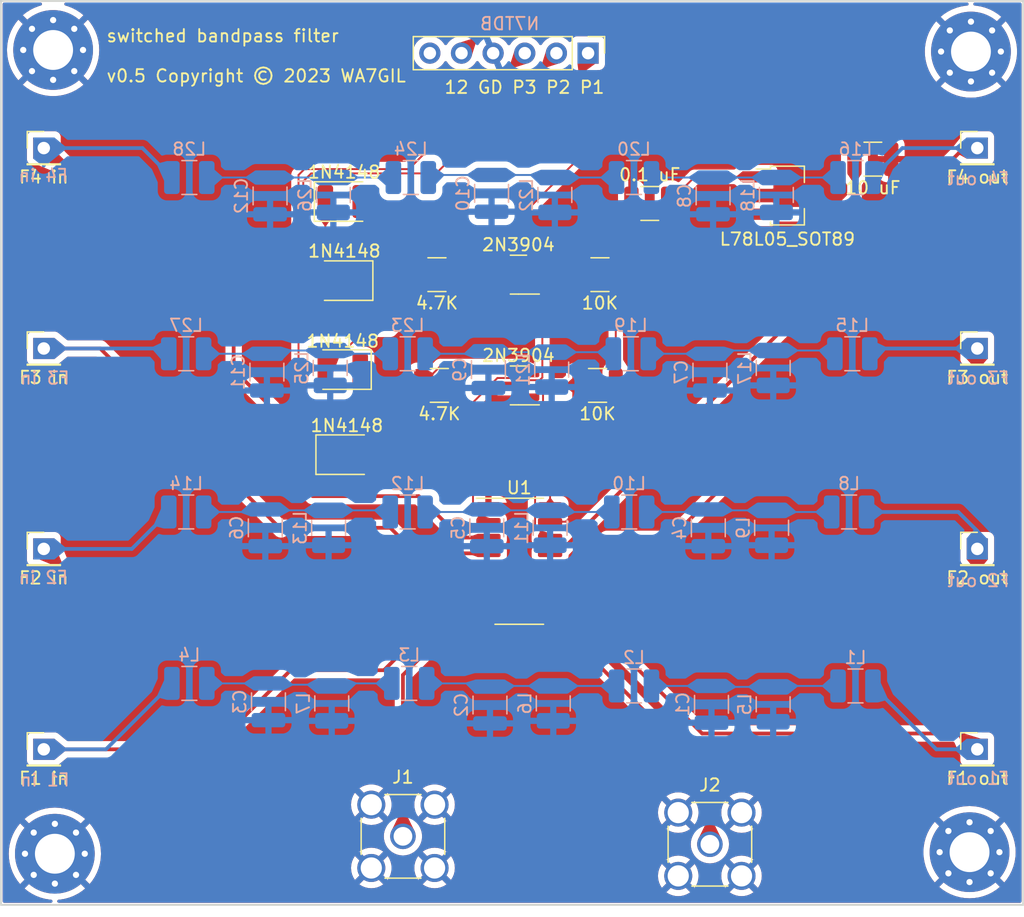
<source format=kicad_pcb>
(kicad_pcb (version 20221018) (generator pcbnew)
  (title_block (date "2023-07-23") (rev "v0.5") (comment 1 "board size 83x73mm") (comment 2 "Copyright © 2023 Ron Taylor WA7GIL"))
  (layers (0 "F.Cu" signal "Top") (31 "B.Cu" signal "Bottom") (34 "B.Paste" user) (35 "F.Paste" user) (36 "B.SilkS" user "B.Silkscreen") (37 "F.SilkS" user "F.Silkscreen") (38 "B.Mask" user) (39 "F.Mask" user) (44 "Edge.Cuts" user))
  (net 0 "")
  (net 1 "Net-(C1-Pad1)")
  (net 2 "GND")
  (net 3 "Net-(C2-Pad1)")
  (net 4 "Net-(C3-Pad1)")
  (net 5 "Net-(D10-K)")
  (net 6 "P1")
  (net 7 "P2")
  (net 8 "Net-(D11-K)")
  (net 9 "P3")
  (net 10 "F1 common")
  (net 11 "F2 common")
  (net 12 "F4 in")
  (net 13 "+12V")
  (net 15 "F3 in")
  (net 16 "F2 in")
  (net 17 "F1 in")
  (net 18 "F1 out")
  (net 19 "F2 out")
  (net 20 "F3 out")
  (net 21 "F4 out")
  (net 22 "Net-(Q5-B)")
  (net 23 "S1")
  (net 24 "Net-(Q6-B)")
  (net 25 "S0")
  (net 26 "+5V")
  (net 27 "Net-(C4-Pad1)")
  (net 28 "Net-(C5-Pad1)")
  (net 29 "Net-(C6-Pad1)")
  (net 30 "Net-(C7-Pad1)")
  (net 31 "Net-(C8-Pad1)")
  (net 32 "Net-(C9-Pad1)")
  (net 33 "Net-(C10-Pad1)")
  (net 34 "Net-(C11-Pad1)")
  (net 35 "Net-(C12-Pad1)")
  (footprint "Connector_Coaxial:SMA_Amphenol_901-144_Vertical" (layer "F.Cu") (at 144.907 128.27)
    (fp_text reference "J2")
    (fp_text value "SMA")
  )
  (footprint "Connector_PinHeader_2.54mm:PinHeader_1x01_P2.54mm_Vertical" (layer "F.Cu") (at 91.44 72.39)
    (fp_text reference "J3")
    (fp_text value "F4 in")
  )
  (footprint "Connector_PinHeader_2.54mm:PinHeader_1x01_P2.54mm_Vertical" (layer "F.Cu") (at 91.44 104.5633)
    (fp_text reference "J6")
    (fp_text value "F2 in")
  )
  (footprint "Resistor_SMD:R_1210_3225Metric" (layer "F.Cu") (at 136.0825 82.55)
    (fp_text reference "R11" hide)
    (fp_text value "10K")
  )
  (footprint "Connector_PinHeader_2.54mm:PinHeader_1x06_P2.54mm_Vertical" (layer "F.Cu") (at 135.128 64.77 -90)
    (fp_text reference "J4" hide)
    (fp_text value " " hide)
  )
  (footprint "Resistor_SMD:R_1210_3225Metric" (layer "F.Cu") (at 123.19 91.44)
    (fp_text reference "R10" hide)
    (fp_text value "4.7K")
  )
  (footprint "MountingHole:MountingHole_3.2mm_M3_Pad_Via" (layer "F.Cu") (at 92.329 129.032)
    (fp_text reference "H4" hide)
    (fp_text value " " hide)
  )
  (footprint "Diode_SMD:D_1210_3225Metric" (layer "F.Cu") (at 115.57 83.03 180)
    (fp_text reference "D10" hide)
    (fp_text value "1N4148")
  )
  (footprint "Diode_SMD:D_1210_3225Metric" (layer "F.Cu") (at 115.44 76.68)
    (fp_text reference "D9" hide)
    (fp_text value "1N4148")
  )
  (footprint "Diode_SMD:D_1210_3225Metric" (layer "F.Cu") (at 115.44 90.17 180)
    (fp_text reference "D11" hide)
    (fp_text value "1N4148")
  )
  (footprint "Package_SO:SOIC-16_3.9x9.9mm_P1.27mm" (layer "F.Cu") (at 129.605 105.555)
    (fp_text reference "U1")
    (fp_text value "FST3253MX")
  )
  (footprint "Diode_SMD:D_1210_3225Metric" (layer "F.Cu") (at 115.57 97)
    (fp_text reference "D12" hide)
    (fp_text value "1N4148")
  )
  (footprint "Connector_Coaxial:SMA_Amphenol_901-144_Vertical" (layer "F.Cu") (at 120.269 127.635)
    (fp_text reference "J1")
    (fp_text value "SMA")
  )
  (footprint "Connector_PinHeader_2.54mm:PinHeader_1x01_P2.54mm_Vertical" (layer "F.Cu") (at 166.37 88.4767)
    (fp_text reference "J10")
    (fp_text value "F3 out")
  )
  (footprint "Resistor_SMD:R_1210_3225Metric" (layer "F.Cu") (at 122.9975 82.55)
    (fp_text reference "R9" hide)
    (fp_text value "4.7K")
  )
  (footprint "Capacitor_SMD:C_1210_3225Metric" (layer "F.Cu") (at 140.081 76.835 180)
    (fp_text reference "C13" hide)
    (fp_text value "0.1 uF")
  )
  (footprint "Connector_PinHeader_2.54mm:PinHeader_1x01_P2.54mm_Vertical" (layer "F.Cu") (at 166.37 72.39)
    (fp_text reference "J11")
    (fp_text value "F4 out")
  )
  (footprint "MountingHole:MountingHole_3.2mm_M3_Pad_Via" (layer "F.Cu") (at 165.862 64.643)
    (fp_text reference "H2" hide)
    (fp_text value " " hide)
  )
  (footprint "Package_TO_SOT_SMD:SOT-23" (layer "F.Cu") (at 129.54 91.44 180)
    (fp_text reference "Q6" hide)
    (fp_text value "2N3904")
  )
  (footprint "MountingHole:MountingHole_3.2mm_M3_Pad_Via" (layer "F.Cu") (at 165.748 128.905)
    (fp_text reference "H3" hide)
    (fp_text value " " hide)
  )
  (footprint "Connector_PinHeader_2.54mm:PinHeader_1x01_P2.54mm_Vertical" (layer "F.Cu") (at 166.37 120.65)
    (fp_text reference "J8")
    (fp_text value "F1 out")
  )
  (footprint "Package_TO_SOT_SMD:SOT-89-3_Handsoldering" (layer "F.Cu") (at 151.13 76.2)
    (fp_text reference "U2" hide)
    (fp_text value "L78L05_SOT89")
  )
  (footprint "Connector_PinHeader_2.54mm:PinHeader_1x01_P2.54mm_Vertical" (layer "F.Cu") (at 91.44 120.65)
    (fp_text reference "J7")
    (fp_text value "F1 in")
  )
  (footprint "MountingHole:MountingHole_3.2mm_M3_Pad_Via" (layer "F.Cu") (at 92.189 64.516)
    (fp_text reference "H1" hide)
    (fp_text value " " hide)
  )
  (footprint "Resistor_SMD:R_1210_3225Metric" (layer "F.Cu") (at 135.89 91.44)
    (fp_text reference "R12" hide)
    (fp_text value "10K")
  )
  (footprint "Capacitor_SMD:C_1210_3225Metric" (layer "F.Cu") (at 157.988 73.279)
    (fp_text reference "C14" hide)
    (fp_text value "10 uF")
  )
  (footprint "Connector_PinHeader_2.54mm:PinHeader_1x01_P2.54mm_Vertical" (layer "F.Cu") (at 91.44 88.4767)
    (fp_text reference "J5")
    (fp_text value "F3 in")
  )
  (footprint "Package_TO_SOT_SMD:SOT-23" (layer "F.Cu") (at 129.54 82.55 180)
    (fp_text reference "Q5" hide)
    (fp_text value "2N3904")
  )
  (footprint "Connector_PinHeader_2.54mm:PinHeader_1x01_P2.54mm_Vertical" (layer "F.Cu") (at 166.37 104.5633)
    (fp_text reference "J9")
    (fp_text value "F2 out")
  )
  (footprint "Capacitor_SMD:C_1210_3225Metric" (layer "B.Cu") (at 109.349 90.375 -90)
    (fp_text reference "C11")
    (fp_text value " " hide)
  )
  (footprint "Inductor_SMD:L_1210_3225Metric" (layer "B.Cu") (at 103.124 115.359 180)
    (fp_text reference "L4")
    (fp_text value "L")
  )
  (footprint "Inductor_SMD:L_1210_3225Metric" (layer "B.Cu") (at 114.554 116.964 -90)
    (fp_text reference "L7")
    (fp_text value "L")
  )
  (footprint "Inductor_SMD:L_1210_3225Metric" (layer "B.Cu") (at 138.559 88.9 180)
    (fp_text reference "L19")
    (fp_text value "L")
  )
  (footprint "Inductor_SMD:L_1210_3225Metric" (layer "B.Cu") (at 132.08 102.87 -90)
    (fp_text reference "L11")
    (fp_text value "L")
  )
  (footprint "Capacitor_SMD:C_1210_3225Metric" (layer "B.Cu") (at 109.602 76.229 -90)
    (fp_text reference "C12")
    (fp_text value " " hide)
  )
  (footprint "Inductor_SMD:L_1210_3225Metric" (layer "B.Cu") (at 156.594 115.564 180)
    (fp_text reference "L1")
    (fp_text value "L")
  )
  (footprint "Inductor_SMD:L_1210_3225Metric" (layer "B.Cu") (at 120.65 101.6 180)
    (fp_text reference "L12")
    (fp_text value "L")
  )
  (footprint "Inductor_SMD:L_1210_3225Metric" (layer "B.Cu") (at 156.339 88.9 180)
    (fp_text reference "L15")
    (fp_text value "L")
  )
  (footprint "Capacitor_SMD:C_1210_3225Metric" (layer "B.Cu") (at 109.474 116.834 -90)
    (fp_text reference "C3")
    (fp_text value " " hide)
  )
  (footprint "Inductor_SMD:L_1210_3225Metric" (layer "B.Cu") (at 114.682 76.154 -90)
    (fp_text reference "L26")
    (fp_text value "L")
  )
  (footprint "Inductor_SMD:L_1210_3225Metric" (layer "B.Cu") (at 132.209 90.17 -90)
    (fp_text reference "L21")
    (fp_text value "L")
  )
  (footprint "Inductor_SMD:L_1210_3225Metric" (layer "B.Cu") (at 149.984 117.039 -90)
    (fp_text reference "L5")
    (fp_text value "L")
  )
  (footprint "Inductor_SMD:L_1210_3225Metric" (layer "B.Cu") (at 120.902 74.754 180)
    (fp_text reference "L24")
    (fp_text value "L")
  )
  (footprint "Inductor_SMD:L_1210_3225Metric" (layer "B.Cu") (at 138.812 74.754 180)
    (fp_text reference "L20")
    (fp_text value "L")
  )
  (footprint "Capacitor_SMD:C_1210_3225Metric" (layer "B.Cu") (at 127.129 90.17 -90)
    (fp_text reference "C9")
    (fp_text value " " hide)
  )
  (footprint "Inductor_SMD:L_1210_3225Metric" (layer "B.Cu") (at 114.3 102.87 -90)
    (fp_text reference "L13")
    (fp_text value "L")
  )
  (footprint "Inductor_SMD:L_1210_3225Metric" (layer "B.Cu") (at 102.869 88.9 180)
    (fp_text reference "L27")
    (fp_text value "L")
  )
  (footprint "Capacitor_SMD:C_1210_3225Metric" (layer "B.Cu") (at 127 102.87 -90)
    (fp_text reference "C5")
    (fp_text value " " hide)
  )
  (footprint "Capacitor_SMD:C_1210_3225Metric" (layer "B.Cu") (at 144.909 90.375 -90)
    (fp_text reference "C7")
    (fp_text value " " hide)
  )
  (footprint "Capacitor_SMD:C_1210_3225Metric" (layer "B.Cu") (at 127.254 117.094 -90)
    (fp_text reference "C2")
    (fp_text value " " hide)
  )
  (footprint "Capacitor_SMD:C_1210_3225Metric" (layer "B.Cu") (at 127.382 76.024 -90)
    (fp_text reference "C10")
    (fp_text value " " hide)
  )
  (footprint "Capacitor_SMD:C_1210_3225Metric" (layer "B.Cu") (at 145.034 117.039 -90)
    (fp_text reference "C1")
    (fp_text value " " hide)
  )
  (footprint "Inductor_SMD:L_1210_3225Metric" (layer "B.Cu") (at 132.462 76.154 -90)
    (fp_text reference "L22")
    (fp_text value "L")
  )
  (footprint "Inductor_SMD:L_1210_3225Metric" (layer "B.Cu") (at 132.334 116.964 -90)
    (fp_text reference "L6")
    (fp_text value "L")
  )
  (footprint "Inductor_SMD:L_1210_3225Metric" (layer "B.Cu") (at 120.649 88.9 180)
    (fp_text reference "L23")
    (fp_text value "L")
  )
  (footprint "Inductor_SMD:L_1210_3225Metric" (layer "B.Cu") (at 156.592 74.754 180)
    (fp_text reference "L16")
    (fp_text value "L")
  )
  (footprint "Inductor_SMD:L_1210_3225Metric" (layer "B.Cu") (at 149.989 90.04 -90)
    (fp_text reference "L17")
    (fp_text value "L")
  )
  (footprint "Capacitor_SMD:C_1210_3225Metric" (layer "B.Cu") (at 109.22 102.87 -90)
    (fp_text reference "C6")
    (fp_text value " " hide)
  )
  (footprint "Inductor_SMD:L_1210_3225Metric" (layer "B.Cu") (at 114.429 90.04 -90)
    (fp_text reference "L25")
    (fp_text value "L")
  )
  (footprint "Inductor_SMD:L_1210_3225Metric" (layer "B.Cu") (at 102.87 101.6 180)
    (fp_text reference "L14")
    (fp_text value "L")
  )
  (footprint "Capacitor_SMD:C_1210_3225Metric" (layer "B.Cu") (at 144.78 102.87 -90)
    (fp_text reference "C4")
    (fp_text value " " hide)
  )
  (footprint "Inductor_SMD:L_1210_3225Metric" (layer "B.Cu") (at 149.86 102.87 -90)
    (fp_text reference "L9")
    (fp_text value "L")
  )
  (footprint "Inductor_SMD:L_1210_3225Metric" (layer "B.Cu") (at 138.43 101.6 180)
    (fp_text reference "L10")
    (fp_text value "L")
  )
  (footprint "Inductor_SMD:L_1210_3225Metric" (layer "B.Cu") (at 156.08 101.6 180)
    (fp_text reference "L8")
    (fp_text value "L")
  )
  (footprint "Inductor_SMD:L_1210_3225Metric" (layer "B.Cu") (at 120.774 115.359 180)
    (fp_text reference "L3")
    (fp_text value "L")
  )
  (footprint "Inductor_SMD:L_1210_3225Metric" (layer "B.Cu") (at 150.242 76.154 -90)
    (fp_text reference "L18")
    (fp_text value "L")
  )
  (footprint "Inductor_SMD:L_1210_3225Metric" (layer "B.Cu") (at 103.122 74.754 180)
    (fp_text reference "L28")
    (fp_text value "L")
  )
  (footprint "Capacitor_SMD:C_1210_3225Metric" (layer "B.Cu") (at 145.162 76.229 -90)
    (fp_text reference "C8")
    (fp_text value " " hide)
  )
  (footprint "Inductor_SMD:L_1210_3225Metric" (layer "B.Cu") (at 138.814 115.564 180)
    (fp_text reference "L2")
    (fp_text value "L")
  )
  (gr_rect (start 88 60.579) (end 170.053 133.135) (stroke (width 0.15)) (fill none) (layer "Edge.Cuts"))
  (gr_text "F1 out" (at 169.037 123.571) (layer "B.SilkS") (effects (font (size 1 1)) (justify left bottom mirror)))
  (gr_text "F3 out" (at 169.037 91.44) (layer "B.SilkS") (effects (font (size 1 1)) (justify left bottom mirror)))
  (gr_text "F2 out" (at 169.037 107.696) (layer "B.SilkS") (effects (font (size 1 1)) (justify left bottom mirror)))
  (gr_text "F4 out" (at 169.037 75.438) (layer "B.SilkS") (effects (font (size 1 1)) (justify left bottom mirror)))
  (gr_text "F4 in" (at 93.472 75.184) (layer "B.SilkS") (effects (font (size 1 1)) (justify left bottom mirror)))
  (gr_text "F2 in" (at 93.472 107.442) (layer "B.SilkS") (effects (font (size 1 1)) (justify left bottom mirror)))
  (gr_text "N7TDB" (at 131.318 62.992) (layer "B.SilkS") (effects (font (size 1 1)) (justify left bottom mirror)))
  (gr_text "F1 in" (at 93.599 123.698) (layer "B.SilkS") (effects (font (size 1 1)) (justify left bottom mirror)))
  (gr_text "F3 in" (at 93.599 91.44) (layer "B.SilkS") (effects (font (size 1 1)) (justify left bottom mirror)))
  (gr_text "switched bandpass filter\n\nv0.5 Copyright © 2023 WA7GIL  " (at 96.393 67.183) (layer "F.SilkS") (effects (font (size 1 1)) (justify left bottom)))
  (gr_text "12 GD P3 P2 P1" (at 123.5202 68.0974) (layer "F.SilkS") (effects (font (size 1 1)) (justify left bottom)))
  (segment (start 150.059 115.564) (end 149.984 115.639) (width 0.1524) (layer "B.Cu") (net 1))
  (segment (start 149.984 115.639) (end 145.109 115.639) (width 0.1524) (layer "B.Cu") (net 1))
  (segment (start 140.214 115.564) (end 145.034 115.564) (width 0.1524) (layer "B.Cu") (net 1))
  (segment (start 155.194 115.564) (end 150.059 115.564) (width 0.1524) (layer "B.Cu") (net 1))
  (segment (start 145.109 115.639) (end 145.034 115.564) (width 0.1524) (layer "B.Cu") (net 1))
  (segment (start 132.08 102.38) (end 133.332 102.38) (width 0.1524) (layer "F.Cu") (net 2))
  (segment (start 133.645 99.863) (end 133.645 99.405) (width 0.1524) (layer "F.Cu") (net 2))
  (segment (start 134.747 100.965) (end 133.645 99.863) (width 0.1524) (layer "F.Cu") (net 2))
  (segment (start 133.332 102.38) (end 134.747 100.965) (width 0.1524) (layer "F.Cu") (net 2))
  (segment (start 126.994 115.359) (end 127.254 115.619) (width 0.1524) (layer "B.Cu") (net 3))
  (segment (start 137.414 115.564) (end 132.334 115.564) (width 0.1524) (layer "B.Cu") (net 3))
  (segment (start 132.334 115.564) (end 127.309 115.564) (width 0.1524) (layer "B.Cu") (net 3))
  (segment (start 127.309 115.564) (end 127.254 115.619) (width 0.1524) (layer "B.Cu") (net 3))
  (segment (start 122.174 115.359) (end 126.994 115.359) (width 0.1524) (layer "B.Cu") (net 3))
  (segment (start 114.6565 115.359) (end 114.554 115.4615) (width 0.1524) (layer "B.Cu") (net 4))
  (segment (start 104.524 115.359) (end 109.474 115.359) (width 0.1524) (layer "B.Cu") (net 4))
  (segment (start 119.374 115.359) (end 114.6565 115.359) (width 0.1524) (layer "B.Cu") (net 4))
  (segment (start 114.554 115.4615) (end 109.5765 115.4615) (width 0.1524) (layer "B.Cu") (net 4))
  (segment (start 114.554 115.4615) (end 114.554 115.564) (width 0.1524) (layer "B.Cu") (net 4))
  (segment (start 109.5765 115.4615) (end 109.474 115.359) (width 0.1524) (layer "B.Cu") (net 4))
  (segment (start 116.97 82.55) (end 116.97 83.03) (width 0.1524) (layer "F.Cu") (net 5))
  (segment (start 114.04 76.68) (end 114.04 79.62) (width 0.1524) (layer "F.Cu") (net 5))
  (segment (start 116.97 82.55) (end 121.535 82.55) (width 0.1524) (layer "F.Cu") (net 5))
  (segment (start 114.04 79.62) (end 116.97 82.55) (width 0.1524) (layer "F.Cu") (net 5))
  (segment (start 114.04 90.17) (end 117.2363 86.9737) (width 0.1524) (layer "F.Cu") (net 6))
  (segment (start 122.3642 81.2177) (end 117.8265 76.68) (width 0.1524) (layer "F.Cu") (net 6))
  (segment (start 124.8374 78.7445) (end 122.3642 81.2177) (width 0.1524) (layer "F.Cu") (net 6))
  (segment (start 117.8265 76.68) (end 116.84 76.68) (width 0.1524) (layer "F.Cu") (net 6))
  (segment (start 117.2363 86.9737) (end 119.2419 86.9737) (width 0.1524) (layer "F.Cu") (net 6))
  (segment (start 135.128 64.77) (end 134.4613 65.4367) (width 0.1524) (layer "F.Cu") (net 6))
  (segment (start 119.2419 86.9737) (end 122.3642 83.8514) (width 0.1524) (layer "F.Cu") (net 6))
  (segment (start 134.4613 65.4367) (end 134.4613 73.1348) (width 0.1524) (layer "F.Cu") (net 6))
  (segment (start 128.8516 78.7445) (end 124.8374 78.7445) (width 0.1524) (layer "F.Cu") (net 6))
  (segment (start 134.4613 73.1348) (end 128.8516 78.7445) (width 0.1524) (layer "F.Cu") (net 6))
  (segment (start 122.3642 83.8514) (end 122.3642 81.2177) (width 0.1524) (layer "F.Cu") (net 6))
  (segment (start 114.17 83.03) (end 112.268 81.128) (width 0.1524) (layer "F.Cu") (net 7))
  (segment (start 112.903 74.422) (end 122.936 74.422) (width 0.1524) (layer "F.Cu") (net 7))
  (segment (start 112.268 75.057) (end 112.903 74.422) (width 0.1524) (layer "F.Cu") (net 7))
  (segment (start 112.268 81.128) (end 112.268 75.057) (width 0.1524) (layer "F.Cu") (net 7))
  (segment (start 122.936 74.422) (end 132.588 64.77) (width 0.1524) (layer "F.Cu") (net 7))
  (segment (start 114.17 97) (end 116.84 94.33) (width 0.1524) (layer "F.Cu") (net 8))
  (segment (start 123.0811 93.0114) (end 124.6525 91.44) (width 0.1524) (layer "F.Cu") (net 8))
  (segment (start 116.84 93.0114) (end 116.84 90.17) (width 0.1524) (layer "F.Cu") (net 8))
  (segment (start 116.84 93.0114) (end 123.0811 93.0114) (width 0.1524) (layer "F.Cu") (net 8))
  (segment (start 116.84 94.33) (end 116.84 93.0114) (width 0.1524) (layer "F.Cu") (net 8))
  (segment (start 113.157 99.314) (end 116.586 99.314) (width 0.1524) (layer "F.Cu") (net 9))
  (segment (start 130.048 64.77) (end 120.7394 74.0786) (width 0.1524) (layer "F.Cu") (net 9))
  (segment (start 111.887 74.549) (end 111.887 98.044) (width 0.1524) (layer "F.Cu") (net 9))
  (segment (start 111.887 98.044) (end 113.157 99.314) (width 0.1524) (layer "F.Cu") (net 9))
  (segment (start 112.3574 74.0786) (end 111.887 74.549) (width 0.1524) (layer "F.Cu") (net 9))
  (segment (start 116.586 99.314) (end 116.97 98.93) (width 0.1524) (layer "F.Cu") (net 9))
  (segment (start 116.97 98.93) (end 116.97 97) (width 0.1524) (layer "F.Cu") (net 9))
  (segment (start 120.7394 74.0786) (end 112.3574 74.0786) (width 0.1524) (layer "F.Cu") (net 9))
  (segment (start 120.269 114.681) (end 126.22 108.73) (width 0.3) (layer "F.Cu") (net 10))
  (segment (start 126.22 108.73) (end 127.13 108.73) (width 0.3) (layer "F.Cu") (net 10))
  (segment (start 120.269 127.635) (end 120.269 114.681) (width 0.3) (layer "F.Cu") (net 10))
  (segment (start 144.907 122.827) (end 144.907 128.27) (width 0.3) (layer "F.Cu") (net 11))
  (segment (start 132.08 110) (end 144.907 122.827) (width 0.3) (layer "F.Cu") (net 11))
  (segment (start 109.8042 93.2942) (end 109.8042 97.1042) (width 0.3) (layer "F.Cu") (net 12))
  (segment (start 106.68 90.17) (end 109.8042 93.2942) (width 0.3) (layer "F.Cu") (net 12))
  (segment (start 91.44 72.39) (end 91.9226 72.39) (width 0.3) (layer "F.Cu") (net 12))
  (segment (start 121.539 100.33) (end 124.859 103.65) (width 0.3) (layer "F.Cu") (net 12))
  (segment (start 124.859 103.65) (end 127.13 103.65) (width 0.3) (layer "F.Cu") (net 12))
  (segment (start 113.03 100.33) (end 121.539 100.33) (width 0.3) (layer "F.Cu") (net 12))
  (segment (start 91.9226 72.39) (end 106.68 87.1474) (width 0.3) (layer "F.Cu") (net 12))
  (segment (start 109.8042 97.1042) (end 113.03 100.33) (width 0.3) (layer "F.Cu") (net 12))
  (segment (start 106.68 87.1474) (end 106.68 90.17) (width 0.3) (layer "F.Cu") (net 12))
  (segment (start 91.44 72.39) (end 91.44 73.79) (width 0.3) (layer "B.Cu") (net 12))
  (segment (start 99.358 72.39) (end 101.722 74.754) (width 0.3) (layer "B.Cu") (net 12))
  (segment (start 91.44 72.39) (end 99.358 72.39) (width 0.3) (layer "B.Cu") (net 12))
  (segment (start 127.635 62.103) (end 153.924 62.103) (width 0.1524) (layer "F.Cu") (net 13))
  (segment (start 124.968 64.77) (end 127.635 62.103) (width 0.1524) (layer "F.Cu") (net 13))
  (segment (start 155.194 77.724) (end 155.17 77.7) (width 0.1524) (layer "F.Cu") (net 13))
  (segment (start 156.513 73.279) (end 156.513 76.405) (width 0.1524) (layer "F.Cu") (net 13))
  (segment (start 155.17 77.7) (end 148.68 77.7) (width 0.1524) (layer "F.Cu") (net 13))
  (segment (start 153.924 62.103) (end 156.337 64.516) (width 0.1524) (layer "F.Cu") (net 13))
  (segment (start 156.337 73.103) (end 156.513 73.279) (width 0.1524) (layer "F.Cu") (net 13))
  (segment (start 156.337 64.516) (end 156.337 73.103) (width 0.1524) (layer "F.Cu") (net 13))
  (segment (start 156.513 76.405) (end 155.194 77.724) (width 0.1524) (layer "F.Cu") (net 13))
  (segment (start 127.13 104.92) (end 121.303 104.92) (width 0.3) (layer "F.Cu") (net 15))
  (segment (start 110.49 102.997) (end 95.9697 88.4767) (width 0.3) (layer "F.Cu") (net 15))
  (segment (start 110.617 102.87) (end 110.49 102.997) (width 0.3) (layer "F.Cu") (net 15))
  (segment (start 95.9697 88.4767) (end 91.44 88.4767) (width 0.3) (layer "F.Cu") (net 15))
  (segment (start 119.253 102.87) (end 110.617 102.87) (width 0.3) (layer "F.Cu") (net 15))
  (segment (start 121.303 104.92) (end 119.253 102.87) (width 0.3) (layer "F.Cu") (net 15))
  (segment (start 101.0457 88.4767) (end 101.469 88.9) (width 0.3) (layer "B.Cu") (net 15))
  (segment (start 91.44 88.4767) (end 101.0457 88.4767) (width 0.3) (layer "B.Cu") (net 15))
  (segment (start 93.0667 106.19) (end 91.44 104.5633) (width 0.3) (layer "F.Cu") (net 16))
  (segment (start 127.13 106.19) (end 93.0667 106.19) (width 0.3) (layer "F.Cu") (net 16))
  (segment (start 101.47 101.6) (end 98.5067 104.5633) (width 0.3) (layer "B.Cu") (net 16))
  (segment (start 98.5067 104.5633) (end 91.44 104.5633) (width 0.3) (layer "B.Cu") (net 16))
  (segment (start 127.13 107.46) (end 125.585 107.46) (width 0.3) (layer "F.Cu") (net 17))
  (segment (start 118.745 114.3) (end 111.252 114.3) (width 0.3) (layer "F.Cu") (net 17))
  (segment (start 104.902 120.65) (end 91.44 120.65) (width 0.3) (layer "F.Cu") (net 17))
  (segment (start 111.252 114.3) (end 104.902 120.65) (width 0.3) (layer "F.Cu") (net 17))
  (segment (start 125.585 107.46) (end 118.745 114.3) (width 0.3) (layer "F.Cu") (net 17))
  (segment (start 96.433 120.65) (end 91.44 120.65) (width 0.3) (layer "B.Cu") (net 17))
  (segment (start 101.724 115.359) (end 96.433 120.65) (width 0.3) (layer "B.Cu") (net 17))
  (segment (start 165.1 119.38) (end 144.284577 119.38) (width 0.3) (layer "F.Cu") (net 18))
  (segment (start 133.634577 108.73) (end 132.08 108.73) (width 0.3) (layer "F.Cu") (net 18))
  (segment (start 144.284577 119.38) (end 133.634577 108.73) (width 0.3) (layer "F.Cu") (net 18))
  (segment (start 166.37 120.65) (end 165.1 119.38) (width 0.3) (layer "F.Cu") (net 18))
  (segment (start 166.37 120.65) (end 163.08 120.65) (width 0.3) (layer "B.Cu") (net 18))
  (segment (start 163.08 120.65) (end 157.994 115.564) (width 0.3) (layer "B.Cu") (net 18))
  (segment (start 166.37 106.426) (end 166.37 104.5633) (width 0.3) (layer "F.Cu") (net 19))
  (segment (start 132.08 107.46) (end 136.924 107.46) (width 0.3) (layer "F.Cu") (net 19))
  (segment (start 136.924 107.46) (end 141.605 112.141) (width 0.3) (layer "F.Cu") (net 19))
  (segment (start 160.655 112.141) (end 166.37 106.426) (width 0.3) (layer "F.Cu") (net 19))
  (segment (start 141.605 112.141) (end 160.655 112.141) (width 0.3) (layer "F.Cu") (net 19))
  (segment (start 164.846 101.6) (end 166.37 103.124) (width 0.3) (layer "B.Cu") (net 19))
  (segment (start 166.37 103.124) (end 166.37 104.5633) (width 0.3) (layer "B.Cu") (net 19))
  (segment (start 157.48 101.6) (end 164.846 101.6) (width 0.3) (layer "B.Cu") (net 19))
  (segment (start 132.08 106.19) (end 132.320421 106.19) (width 0.3) (layer "F.Cu") (net 20))
  (segment (start 132.320421 106.19) (end 132.338421 106.172) (width 0.3) (layer "F.Cu") (net 20))
  (segment (start 132.338421 106.172) (end 134.239 106.172) (width 0.3) (layer "F.Cu") (net 20))
  (segment (start 141.732 103.759) (end 147.193 98.298) (width 0.3) (layer "F.Cu") (net 20))
  (segment (start 134.239 106.172) (end 136.652 103.759) (width 0.3) (layer "F.Cu") (net 20))
  (segment (start 158.115 98.298) (end 166.37 90.043) (width 0.3) (layer "F.Cu") (net 20))
  (segment (start 147.193 98.298) (end 158.115 98.298) (width 0.3) (layer "F.Cu") (net 20))
  (segment (start 166.37 90.043) (end 166.37 88.4767) (width 0.3) (layer "F.Cu") (net 20))
  (segment (start 136.652 103.759) (end 141.732 103.759) (width 0.3) (layer "F.Cu") (net 20))
  (segment (start 158.1623 88.4767) (end 157.739 88.9) (width 0.3) (layer "B.Cu") (net 20))
  (segment (start 166.37 88.4767) (end 158.1623 88.4767) (width 0.3) (layer "B.Cu") (net 20))
  (segment (start 165.2913 72.39) (end 132.7613 104.92) (width 0.3) (layer "F.Cu") (net 21))
  (segment (start 166.37 72.39) (end 165.2913 72.39) (width 0.3) (layer "F.Cu") (net 21))
  (segment (start 132.7613 104.92) (end 132.08 104.92) (width 0.3) (layer "F.Cu") (net 21))
  (segment (start 166.37 72.39) (end 160.356 72.39) (width 0.3) (layer "B.Cu") (net 21))
  (segment (start 160.356 72.39) (end 157.992 74.754) (width 0.3) (layer "B.Cu") (net 21))
  (segment (start 125.41 81.6) (end 124.46 82.55) (width 0.1524) (layer "F.Cu") (net 22))
  (segment (start 130.4775 81.6) (end 125.41 81.6) (width 0.1524) (layer "F.Cu") (net 22))
  (segment (start 129.3972 90.8472) (end 127.8499 90.8472) (width 0.1524) (layer "F.Cu") (net 23))
  (segment (start 126.8811 102.38) (end 127.13 102.38) (width 0.1524) (layer "F.Cu") (net 23))
  (segment (start 128.6025 82.55) (end 131.4583 82.55) (width 0.1524) (layer "F.Cu") (net 23))
  (segment (start 125.8918 101.3907) (end 126.8811 102.38) (width 0.1524) (layer "F.Cu") (net 23))
  (segment (start 131.4583 90.8055) (end 131.2444 91.0194) (width 0.1524) (layer "F.Cu") (net 23))
  (segment (start 131.4583 82.55) (end 134.62 82.55) (width 0.1524) (layer "F.Cu") (net 23))
  (segment (start 127.8499 90.8472) (end 125.8918 92.8053) (width 0.1524) (layer "F.Cu") (net 23))
  (segment (start 125.8918 92.8053) (end 125.8918 101.3907) (width 0.1524) (layer "F.Cu") (net 23))
  (segment (start 131.4583 82.55) (end 131.4583 90.8055) (width 0.1524) (layer "F.Cu") (net 23))
  (segment (start 129.5694 91.0194) (end 129.3972 90.8472) (width 0.1524) (layer "F.Cu") (net 23))
  (segment (start 131.2444 91.0194) (end 129.5694 91.0194) (width 0.1524) (layer "F.Cu") (net 23))
  (segment (start 123.2823 89.8852) (end 121.7275 91.44) (width 0.1524) (layer "F.Cu") (net 24))
  (segment (start 129.8727 89.8852) (end 123.2823 89.8852) (width 0.1524) (layer "F.Cu") (net 24))
  (segment (start 130.4775 90.49) (end 129.8727 89.8852) (width 0.1524) (layer "F.Cu") (net 24))
  (segment (start 130.8756 94.0211) (end 130.8756 102.7016) (width 0.1524) (layer "F.Cu") (net 25))
  (segment (start 131.513 93.3837) (end 130.8756 94.0211) (width 0.1524) (layer "F.Cu") (net 25))
  (segment (start 131.513 91.44) (end 131.513 93.3837) (width 0.1524) (layer "F.Cu") (net 25))
  (segment (start 128.6025 91.44) (end 131.513 91.44) (width 0.1524) (layer "F.Cu") (net 25))
  (segment (start 131.513 91.44) (end 134.4275 91.44) (width 0.1524) (layer "F.Cu") (net 25))
  (segment (start 131.824 103.65) (end 132.08 103.65) (width 0.1524) (layer "F.Cu") (net 25))
  (segment (start 130.8756 102.7016) (end 131.824 103.65) (width 0.1524) (layer "F.Cu") (net 25))
  (segment (start 141.556 78.539) (end 137.545 82.55) (width 0.1524) (layer "F.Cu") (net 26))
  (segment (start 137.3525 82.7425) (end 137.3525 91.44) (width 0.1524) (layer "F.Cu") (net 26))
  (segment (start 137.3525 91.44) (end 132.08 96.7125) (width 0.1524) (layer "F.Cu") (net 26))
  (segment (start 148.68 74.7) (end 143.691 74.7) (width 0.1524) (layer "F.Cu") (net 26))
  (segment (start 143.691 74.7) (end 141.556 76.835) (width 0.1524) (layer "F.Cu") (net 26))
  (segment (start 137.545 82.55) (end 137.3525 82.7425) (width 0.1524) (layer "F.Cu") (net 26))
  (segment (start 132.08 96.7125) (end 132.08 101.11) (width 0.1524) (layer "F.Cu") (net 26))
  (segment (start 141.556 76.835) (end 141.556 78.539) (width 0.1524) (layer "F.Cu") (net 26))
  (segment (start 144.575 101.6) (end 144.78 101.395) (width 0.1524) (layer "B.Cu") (net 27))
  (segment (start 139.83 101.6) (end 144.575 101.6) (width 0.1524) (layer "B.Cu") (net 27))
  (segment (start 144.855 101.47) (end 144.78 101.395) (width 0.1524) (layer "B.Cu") (net 27))
  (segment (start 154.68 101.6) (end 149.99 101.6) (width 0.1524) (layer "B.Cu") (net 27))
  (segment (start 149.99 101.6) (end 149.86 101.47) (width 0.1524) (layer "B.Cu") (net 27))
  (segment (start 149.86 101.47) (end 144.855 101.47) (width 0.1524) (layer "B.Cu") (net 27))
  (segment (start 132.21 101.6) (end 132.08 101.47) (width 0.1524) (layer "B.Cu") (net 28))
  (segment (start 126.795 101.6) (end 127 101.395) (width 0.1524) (layer "B.Cu") (net 28))
  (segment (start 137.03 101.6) (end 132.21 101.6) (width 0.1524) (layer "B.Cu") (net 28))
  (segment (start 127.075 101.47) (end 127 101.395) (width 0.1524) (layer "B.Cu") (net 28))
  (segment (start 132.08 101.47) (end 127.075 101.47) (width 0.1524) (layer "B.Cu") (net 28))
  (segment (start 122.05 101.6) (end 126.795 101.6) (width 0.1524) (layer "B.Cu") (net 28))
  (segment (start 109.295 101.47) (end 109.22 101.395) (width 0.1524) (layer "B.Cu") (net 29))
  (segment (start 119.25 101.6) (end 119.12 101.47) (width 0.1524) (layer "B.Cu") (net 29))
  (segment (start 114.3 101.47) (end 109.295 101.47) (width 0.1524) (layer "B.Cu") (net 29))
  (segment (start 119.12 101.47) (end 114.3 101.47) (width 0.1524) (layer "B.Cu") (net 29))
  (segment (start 104.27 101.6) (end 109.015 101.6) (width 0.1524) (layer "B.Cu") (net 29))
  (segment (start 109.015 101.6) (end 109.22 101.395) (width 0.1524) (layer "B.Cu") (net 29))
  (segment (start 145.169 88.64) (end 144.909 88.9) (width 0.1524) (layer "B.Cu") (net 30))
  (segment (start 154.939 88.9) (end 154.679 88.64) (width 0.1524) (layer "B.Cu") (net 30))
  (segment (start 154.679 88.64) (end 149.989 88.64) (width 0.1524) (layer "B.Cu") (net 30))
  (segment (start 149.989 88.64) (end 145.169 88.64) (width 0.1524) (layer "B.Cu") (net 30))
  (segment (start 139.959 88.9) (end 144.909 88.9) (width 0.1524) (layer "B.Cu") (net 30))
  (segment (start 150.242 74.754) (end 145.162 74.754) (width 0.1524) (layer "B.Cu") (net 31))
  (segment (start 140.212 74.754) (end 145.162 74.754) (width 0.1524) (layer "B.Cu") (net 31))
  (segment (start 155.192 74.754) (end 150.242 74.754) (width 0.1524) (layer "B.Cu") (net 31))
  (segment (start 122.049 88.9) (end 126.924 88.9) (width 0.1524) (layer "B.Cu") (net 32))
  (segment (start 126.924 88.9) (end 127.129 88.695) (width 0.1524) (layer "B.Cu") (net 32))
  (segment (start 137.029 88.77) (end 132.209 88.77) (width 0.1524) (layer "B.Cu") (net 32))
  (segment (start 137.159 88.9) (end 137.029 88.77) (width 0.1524) (layer "B.Cu") (net 32))
  (segment (start 132.209 88.77) (end 127.204 88.77) (width 0.1524) (layer "B.Cu") (net 32))
  (segment (start 127.204 88.77) (end 127.129 88.695) (width 0.1524) (layer "B.Cu") (net 32))
  (segment (start 132.462 74.754) (end 132.257 74.549) (width 0.1524) (layer "B.Cu") (net 33))
  (segment (start 132.257 74.549) (end 127.382 74.549) (width 0.1524) (layer "B.Cu") (net 33))
  (segment (start 137.412 74.754) (end 132.462 74.754) (width 0.1524) (layer "B.Cu") (net 33))
  (segment (start 122.507 74.549) (end 122.302 74.754) (width 0.1524) (layer "B.Cu") (net 33))
  (segment (start 127.382 74.549) (end 122.507 74.549) (width 0.1524) (layer "B.Cu") (net 33))
  (segment (start 114.429 88.64) (end 114.689 88.9) (width 0.1524) (layer "B.Cu") (net 34))
  (segment (start 114.429 88.64) (end 109.609 88.64) (width 0.1524) (layer "B.Cu") (net 34))
  (segment (start 114.689 88.9) (end 119.249 88.9) (width 0.1524) (layer "B.Cu") (net 34))
  (segment (start 109.609 88.64) (end 109.349 88.9) (width 0.1524) (layer "B.Cu") (net 34))
  (segment (start 104.269 88.9) (end 109.349 88.9) (width 0.1524) (layer "B.Cu") (net 34))
  (segment (start 114.682 74.754) (end 119.502 74.754) (width 0.1524) (layer "B.Cu") (net 35))
  (segment (start 104.522 74.754) (end 109.602 74.754) (width 0.1524) (layer "B.Cu") (net 35))
  (segment (start 109.602 74.754) (end 114.682 74.754) (width 0.1524) (layer "B.Cu") (net 35))
  (zone (net 2) (net_name "GND") (layers "F&B.Cu") (connect_pads (clearance 0.508)) (min_thickness 0.25) (fill yes (thermal_gap 0.5) (thermal_bridge_width 0.5))
    (polygon (pts (xy 88.138 60.706) (xy 169.926 60.706) (xy 169.926 132.969) (xy 88.138 132.969)))
  )
)
</source>
